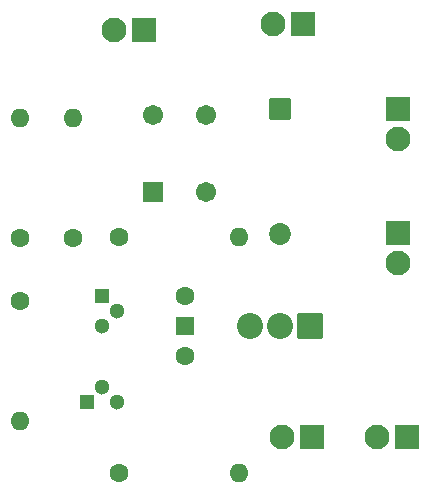
<source format=gbr>
%TF.GenerationSoftware,KiCad,Pcbnew,8.0.1*%
%TF.CreationDate,2024-07-20T13:09:04-07:00*%
%TF.ProjectId,Solenoid Control,536f6c65-6e6f-4696-9420-436f6e74726f,rev?*%
%TF.SameCoordinates,Original*%
%TF.FileFunction,Soldermask,Top*%
%TF.FilePolarity,Negative*%
%FSLAX46Y46*%
G04 Gerber Fmt 4.6, Leading zero omitted, Abs format (unit mm)*
G04 Created by KiCad (PCBNEW 8.0.1) date 2024-07-20 13:09:04*
%MOMM*%
%LPD*%
G01*
G04 APERTURE LIST*
G04 Aperture macros list*
%AMRoundRect*
0 Rectangle with rounded corners*
0 $1 Rounding radius*
0 $2 $3 $4 $5 $6 $7 $8 $9 X,Y pos of 4 corners*
0 Add a 4 corners polygon primitive as box body*
4,1,4,$2,$3,$4,$5,$6,$7,$8,$9,$2,$3,0*
0 Add four circle primitives for the rounded corners*
1,1,$1+$1,$2,$3*
1,1,$1+$1,$4,$5*
1,1,$1+$1,$6,$7*
1,1,$1+$1,$8,$9*
0 Add four rect primitives between the rounded corners*
20,1,$1+$1,$2,$3,$4,$5,0*
20,1,$1+$1,$4,$5,$6,$7,0*
20,1,$1+$1,$6,$7,$8,$9,0*
20,1,$1+$1,$8,$9,$2,$3,0*%
G04 Aperture macros list end*
%ADD10C,1.854000*%
%ADD11RoundRect,0.102000X-0.825000X0.825000X-0.825000X-0.825000X0.825000X-0.825000X0.825000X0.825000X0*%
%ADD12C,1.600000*%
%ADD13R,1.500000X1.500000*%
%ADD14R,2.100000X2.100000*%
%ADD15C,2.100000*%
%ADD16O,1.600000X1.600000*%
%ADD17R,1.300000X1.300000*%
%ADD18C,1.300000*%
%ADD19RoundRect,0.102000X0.754000X-0.754000X0.754000X0.754000X-0.754000X0.754000X-0.754000X-0.754000X0*%
%ADD20C,1.712000*%
%ADD21C,2.214000*%
%ADD22RoundRect,0.102000X1.005000X1.005000X-1.005000X1.005000X-1.005000X-1.005000X1.005000X-1.005000X0*%
G04 APERTURE END LIST*
D10*
%TO.C,D2*%
X148000000Y-75300000D03*
D11*
X148000000Y-64700000D03*
%TD*%
D12*
%TO.C,SW2*%
X140000000Y-85580000D03*
D13*
X140000000Y-83040000D03*
D12*
X140000000Y-80500000D03*
%TD*%
D14*
%TO.C,J3*%
X150000000Y-57500000D03*
D15*
X147460000Y-57500000D03*
%TD*%
D12*
%TO.C,R3*%
X126000000Y-75580000D03*
D16*
X126000000Y-65420000D03*
%TD*%
D14*
%TO.C,J6*%
X136500000Y-58000000D03*
D15*
X133960000Y-58000000D03*
%TD*%
D17*
%TO.C,Q3*%
X133000000Y-80500000D03*
D18*
X134270000Y-81780000D03*
X133000000Y-83040000D03*
%TD*%
D19*
%TO.C,S1*%
X137250000Y-71750000D03*
D20*
X137250000Y-65250000D03*
X141750000Y-71750000D03*
X141750000Y-65250000D03*
%TD*%
D14*
%TO.C,J1*%
X158000000Y-64730000D03*
D15*
X158000000Y-67270000D03*
%TD*%
D12*
%TO.C,R2*%
X134420000Y-75500000D03*
D16*
X144580000Y-75500000D03*
%TD*%
D17*
%TO.C,Q2*%
X131720000Y-89500000D03*
D18*
X133000000Y-88230000D03*
X134260000Y-89500000D03*
%TD*%
D14*
%TO.C,J4*%
X158770000Y-92500000D03*
D15*
X156230000Y-92500000D03*
%TD*%
D12*
%TO.C,R5*%
X134420000Y-95500000D03*
D16*
X144580000Y-95500000D03*
%TD*%
D12*
%TO.C,R4*%
X126000000Y-80920000D03*
D16*
X126000000Y-91080000D03*
%TD*%
D14*
%TO.C,J2*%
X158000000Y-75230000D03*
D15*
X158000000Y-77770000D03*
%TD*%
D12*
%TO.C,R1*%
X130500000Y-75580000D03*
D16*
X130500000Y-65420000D03*
%TD*%
D21*
%TO.C,Q1*%
X148000000Y-83040000D03*
X145460000Y-83040000D03*
D22*
X150540000Y-83040000D03*
%TD*%
D14*
%TO.C,J5*%
X150770000Y-92500000D03*
D15*
X148230000Y-92500000D03*
%TD*%
M02*

</source>
